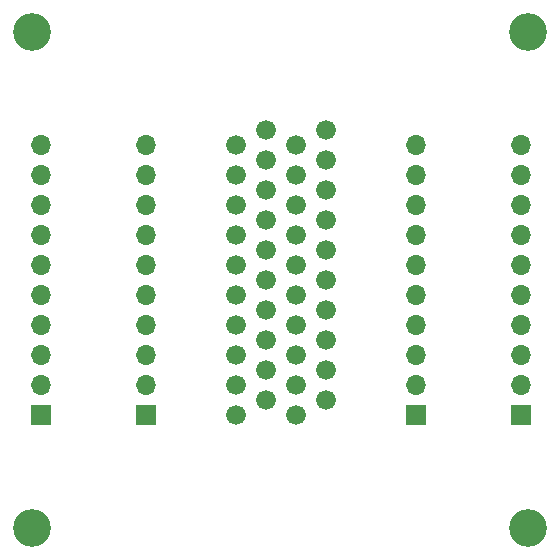
<source format=gbr>
%TF.GenerationSoftware,KiCad,Pcbnew,5.1.10-88a1d61d58~88~ubuntu20.10.1*%
%TF.CreationDate,2021-05-08T10:37:59+02:00*%
%TF.ProjectId,Cartridge-Breakout-Board,43617274-7269-4646-9765-2d427265616b,1.0*%
%TF.SameCoordinates,Original*%
%TF.FileFunction,Soldermask,Top*%
%TF.FilePolarity,Negative*%
%FSLAX46Y46*%
G04 Gerber Fmt 4.6, Leading zero omitted, Abs format (unit mm)*
G04 Created by KiCad (PCBNEW 5.1.10-88a1d61d58~88~ubuntu20.10.1) date 2021-05-08 10:37:59*
%MOMM*%
%LPD*%
G01*
G04 APERTURE LIST*
%ADD10C,3.200000*%
%ADD11C,1.676400*%
%ADD12R,1.700000X1.700000*%
%ADD13O,1.700000X1.700000*%
G04 APERTURE END LIST*
D10*
%TO.C,H1*%
X84000000Y-44000000D03*
%TD*%
%TO.C,H2*%
X126000000Y-44000000D03*
%TD*%
%TO.C,H3*%
X126000000Y-86000000D03*
%TD*%
%TO.C,H4*%
X84000000Y-86000000D03*
%TD*%
D11*
%TO.C,J3*%
X101280000Y-76440000D03*
X103820000Y-75170000D03*
X101280000Y-73900000D03*
X103820000Y-72630000D03*
X101280000Y-71360000D03*
X103820000Y-70090000D03*
X101280000Y-68820000D03*
X103820000Y-67550000D03*
X101280000Y-66280000D03*
X103820000Y-65010000D03*
X101280000Y-63740000D03*
X103820000Y-62470000D03*
X101280000Y-61200000D03*
X103820000Y-59930000D03*
X101280000Y-58660000D03*
X103820000Y-57390000D03*
X101280000Y-56120000D03*
X103820000Y-54850000D03*
X101280000Y-53580000D03*
X103820000Y-52310000D03*
X106360000Y-76440000D03*
X108900000Y-75170000D03*
X106360000Y-73900000D03*
X108900000Y-72630000D03*
X106360000Y-71360000D03*
X108900000Y-70090000D03*
X106360000Y-68820000D03*
X108900000Y-67550000D03*
X106360000Y-66280000D03*
X108900000Y-65010000D03*
X106360000Y-63740000D03*
X108900000Y-62470000D03*
X106360000Y-61200000D03*
X108900000Y-59930000D03*
X106360000Y-58660000D03*
X108900000Y-57390000D03*
X106360000Y-56120000D03*
X108900000Y-54850000D03*
X106360000Y-53580000D03*
X108900000Y-52310000D03*
%TD*%
D12*
%TO.C,J1*%
X116520000Y-76440000D03*
D13*
X116520000Y-73900000D03*
X116520000Y-71360000D03*
X116520000Y-68820000D03*
X116520000Y-66280000D03*
X116520000Y-63740000D03*
X116520000Y-61200000D03*
X116520000Y-58660000D03*
X116520000Y-56120000D03*
X116520000Y-53580000D03*
%TD*%
%TO.C,J2*%
X93660000Y-53580000D03*
X93660000Y-56120000D03*
X93660000Y-58660000D03*
X93660000Y-61200000D03*
X93660000Y-63740000D03*
X93660000Y-66280000D03*
X93660000Y-68820000D03*
X93660000Y-71360000D03*
X93660000Y-73900000D03*
D12*
X93660000Y-76440000D03*
%TD*%
%TO.C,J4*%
X125410000Y-76440000D03*
D13*
X125410000Y-73900000D03*
X125410000Y-71360000D03*
X125410000Y-68820000D03*
X125410000Y-66280000D03*
X125410000Y-63740000D03*
X125410000Y-61200000D03*
X125410000Y-58660000D03*
X125410000Y-56120000D03*
X125410000Y-53580000D03*
%TD*%
%TO.C,J5*%
X84770000Y-53580000D03*
X84770000Y-56120000D03*
X84770000Y-58660000D03*
X84770000Y-61200000D03*
X84770000Y-63740000D03*
X84770000Y-66280000D03*
X84770000Y-68820000D03*
X84770000Y-71360000D03*
X84770000Y-73900000D03*
D12*
X84770000Y-76440000D03*
%TD*%
M02*

</source>
